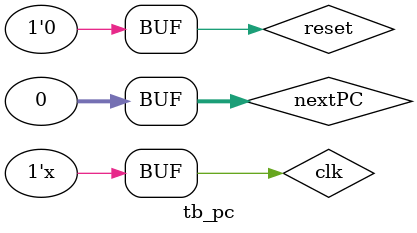
<source format=v>
`timescale 1ns / 1ps


module tb_pc;

	// Inputs
	reg clk;
	reg reset;
	reg [31:0] nextPC;

	// Outputs
	wire [31:0] PC;

	// Instantiate the Unit Under Test (UUT)
	ProgramCounter uut (
		.clk(clk), 
		.reset(reset), 
		.nextPC(nextPC), 
		.PC(PC)
	);
always #20
begin
clk=~clk;
end
	initial begin
		// Initialize Inputs
		clk = 0;
		reset = 1;
		nextPC = 0;

		// Wait 100 ns for global reset to finish
		#100;
		reset = 0;
        
		// Add stimulus here

	end
      
endmodule


</source>
